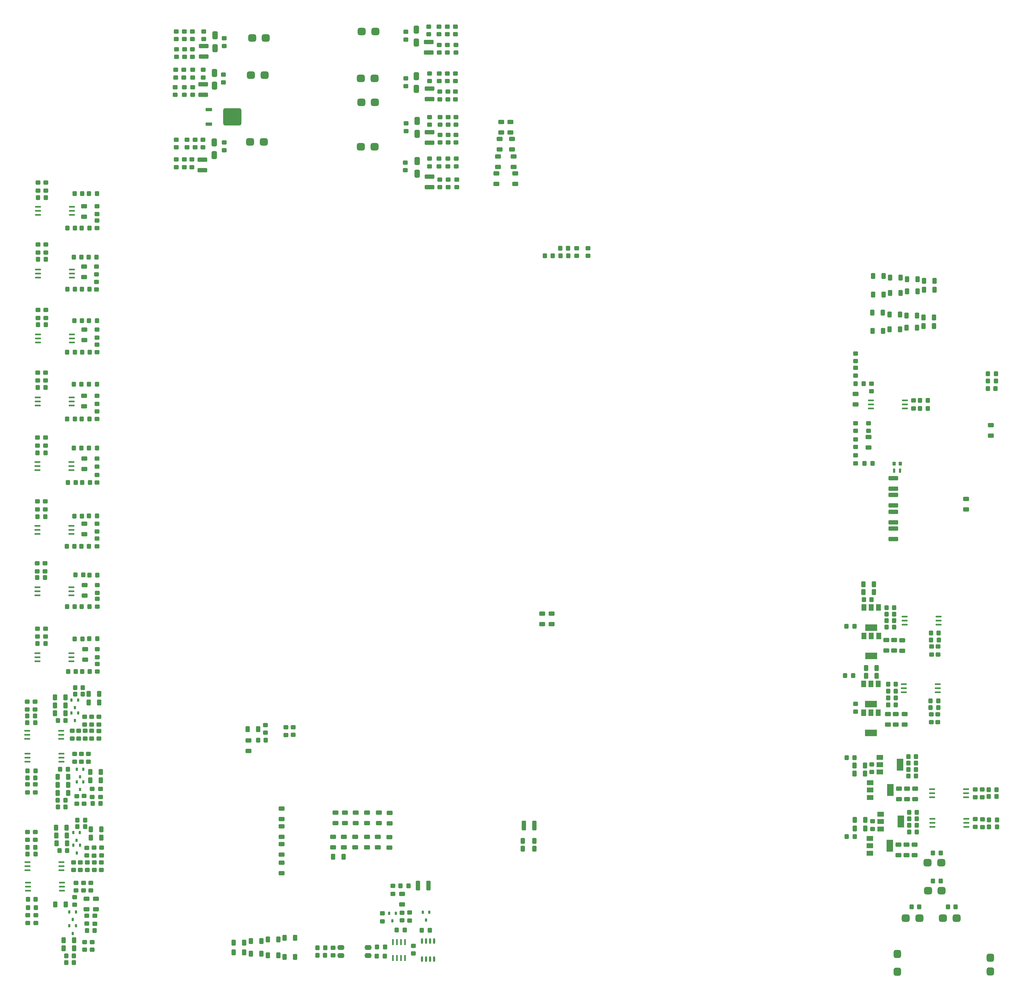
<source format=gbp>
G04*
G04 #@! TF.GenerationSoftware,Altium Limited,Altium Designer,25.3.3 (18)*
G04*
G04 Layer_Color=128*
%FSLAX44Y44*%
%MOMM*%
G71*
G04*
G04 #@! TF.SameCoordinates,02FA8497-09D8-4EBB-9686-6BBDE5AED0EC*
G04*
G04*
G04 #@! TF.FilePolarity,Positive*
G04*
G01*
G75*
G04:AMPARAMS|DCode=116|XSize=1.3mm|YSize=1.8mm|CornerRadius=0.195mm|HoleSize=0mm|Usage=FLASHONLY|Rotation=90.000|XOffset=0mm|YOffset=0mm|HoleType=Round|Shape=RoundedRectangle|*
%AMROUNDEDRECTD116*
21,1,1.3000,1.4100,0,0,90.0*
21,1,0.9100,1.8000,0,0,90.0*
1,1,0.3900,0.7050,0.4550*
1,1,0.3900,0.7050,-0.4550*
1,1,0.3900,-0.7050,-0.4550*
1,1,0.3900,-0.7050,0.4550*
%
%ADD116ROUNDEDRECTD116*%
G04:AMPARAMS|DCode=117|XSize=1.4mm|YSize=1.55mm|CornerRadius=0.35mm|HoleSize=0mm|Usage=FLASHONLY|Rotation=270.000|XOffset=0mm|YOffset=0mm|HoleType=Round|Shape=RoundedRectangle|*
%AMROUNDEDRECTD117*
21,1,1.4000,0.8500,0,0,270.0*
21,1,0.7000,1.5500,0,0,270.0*
1,1,0.7000,-0.4250,-0.3500*
1,1,0.7000,-0.4250,0.3500*
1,1,0.7000,0.4250,0.3500*
1,1,0.7000,0.4250,-0.3500*
%
%ADD117ROUNDEDRECTD117*%
G04:AMPARAMS|DCode=118|XSize=1.3mm|YSize=3mm|CornerRadius=0.195mm|HoleSize=0mm|Usage=FLASHONLY|Rotation=270.000|XOffset=0mm|YOffset=0mm|HoleType=Round|Shape=RoundedRectangle|*
%AMROUNDEDRECTD118*
21,1,1.3000,2.6100,0,0,270.0*
21,1,0.9100,3.0000,0,0,270.0*
1,1,0.3900,-1.3050,-0.4550*
1,1,0.3900,-1.3050,0.4550*
1,1,0.3900,1.3050,0.4550*
1,1,0.3900,1.3050,-0.4550*
%
%ADD118ROUNDEDRECTD118*%
G04:AMPARAMS|DCode=119|XSize=2.5mm|YSize=2.3mm|CornerRadius=0.575mm|HoleSize=0mm|Usage=FLASHONLY|Rotation=180.000|XOffset=0mm|YOffset=0mm|HoleType=Round|Shape=RoundedRectangle|*
%AMROUNDEDRECTD119*
21,1,2.5000,1.1500,0,0,180.0*
21,1,1.3500,2.3000,0,0,180.0*
1,1,1.1500,-0.6750,0.5750*
1,1,1.1500,0.6750,0.5750*
1,1,1.1500,0.6750,-0.5750*
1,1,1.1500,-0.6750,-0.5750*
%
%ADD119ROUNDEDRECTD119*%
G04:AMPARAMS|DCode=120|XSize=1.4mm|YSize=1.55mm|CornerRadius=0.35mm|HoleSize=0mm|Usage=FLASHONLY|Rotation=180.000|XOffset=0mm|YOffset=0mm|HoleType=Round|Shape=RoundedRectangle|*
%AMROUNDEDRECTD120*
21,1,1.4000,0.8500,0,0,180.0*
21,1,0.7000,1.5500,0,0,180.0*
1,1,0.7000,-0.3500,0.4250*
1,1,0.7000,0.3500,0.4250*
1,1,0.7000,0.3500,-0.4250*
1,1,0.7000,-0.3500,-0.4250*
%
%ADD120ROUNDEDRECTD120*%
G04:AMPARAMS|DCode=121|XSize=1.3mm|YSize=1.5mm|CornerRadius=0.195mm|HoleSize=0mm|Usage=FLASHONLY|Rotation=0.000|XOffset=0mm|YOffset=0mm|HoleType=Round|Shape=RoundedRectangle|*
%AMROUNDEDRECTD121*
21,1,1.3000,1.1100,0,0,0.0*
21,1,0.9100,1.5000,0,0,0.0*
1,1,0.3900,0.4550,-0.5550*
1,1,0.3900,-0.4550,-0.5550*
1,1,0.3900,-0.4550,0.5550*
1,1,0.3900,0.4550,0.5550*
%
%ADD121ROUNDEDRECTD121*%
G04:AMPARAMS|DCode=122|XSize=1.3mm|YSize=1.5mm|CornerRadius=0.195mm|HoleSize=0mm|Usage=FLASHONLY|Rotation=270.000|XOffset=0mm|YOffset=0mm|HoleType=Round|Shape=RoundedRectangle|*
%AMROUNDEDRECTD122*
21,1,1.3000,1.1100,0,0,270.0*
21,1,0.9100,1.5000,0,0,270.0*
1,1,0.3900,-0.5550,-0.4550*
1,1,0.3900,-0.5550,0.4550*
1,1,0.3900,0.5550,0.4550*
1,1,0.3900,0.5550,-0.4550*
%
%ADD122ROUNDEDRECTD122*%
G04:AMPARAMS|DCode=123|XSize=1.8mm|YSize=0.59mm|CornerRadius=0.1475mm|HoleSize=0mm|Usage=FLASHONLY|Rotation=180.000|XOffset=0mm|YOffset=0mm|HoleType=Round|Shape=RoundedRectangle|*
%AMROUNDEDRECTD123*
21,1,1.8000,0.2950,0,0,180.0*
21,1,1.5050,0.5900,0,0,180.0*
1,1,0.2950,-0.7525,0.1475*
1,1,0.2950,0.7525,0.1475*
1,1,0.2950,0.7525,-0.1475*
1,1,0.2950,-0.7525,-0.1475*
%
%ADD123ROUNDEDRECTD123*%
G04:AMPARAMS|DCode=124|XSize=2.5mm|YSize=1.7mm|CornerRadius=0.425mm|HoleSize=0mm|Usage=FLASHONLY|Rotation=90.000|XOffset=0mm|YOffset=0mm|HoleType=Round|Shape=RoundedRectangle|*
%AMROUNDEDRECTD124*
21,1,2.5000,0.8500,0,0,90.0*
21,1,1.6500,1.7000,0,0,90.0*
1,1,0.8500,0.4250,0.8250*
1,1,0.8500,0.4250,-0.8250*
1,1,0.8500,-0.4250,-0.8250*
1,1,0.8500,-0.4250,0.8250*
%
%ADD124ROUNDEDRECTD124*%
G04:AMPARAMS|DCode=125|XSize=1.3mm|YSize=1.8mm|CornerRadius=0.195mm|HoleSize=0mm|Usage=FLASHONLY|Rotation=0.000|XOffset=0mm|YOffset=0mm|HoleType=Round|Shape=RoundedRectangle|*
%AMROUNDEDRECTD125*
21,1,1.3000,1.4100,0,0,0.0*
21,1,0.9100,1.8000,0,0,0.0*
1,1,0.3900,0.4550,-0.7050*
1,1,0.3900,-0.4550,-0.7050*
1,1,0.3900,-0.4550,0.7050*
1,1,0.3900,0.4550,0.7050*
%
%ADD125ROUNDEDRECTD125*%
G04:AMPARAMS|DCode=126|XSize=5.5mm|YSize=5.7mm|CornerRadius=0.6875mm|HoleSize=0mm|Usage=FLASHONLY|Rotation=90.000|XOffset=0mm|YOffset=0mm|HoleType=Round|Shape=RoundedRectangle|*
%AMROUNDEDRECTD126*
21,1,5.5000,4.3250,0,0,90.0*
21,1,4.1250,5.7000,0,0,90.0*
1,1,1.3750,2.1625,2.0625*
1,1,1.3750,2.1625,-2.0625*
1,1,1.3750,-2.1625,-2.0625*
1,1,1.3750,-2.1625,2.0625*
%
%ADD126ROUNDEDRECTD126*%
G04:AMPARAMS|DCode=127|XSize=1mm|YSize=2mm|CornerRadius=0.125mm|HoleSize=0mm|Usage=FLASHONLY|Rotation=90.000|XOffset=0mm|YOffset=0mm|HoleType=Round|Shape=RoundedRectangle|*
%AMROUNDEDRECTD127*
21,1,1.0000,1.7500,0,0,90.0*
21,1,0.7500,2.0000,0,0,90.0*
1,1,0.2500,0.8750,0.3750*
1,1,0.2500,0.8750,-0.3750*
1,1,0.2500,-0.8750,-0.3750*
1,1,0.2500,-0.8750,0.3750*
%
%ADD127ROUNDEDRECTD127*%
G04:AMPARAMS|DCode=128|XSize=0.65mm|YSize=1mm|CornerRadius=0.0813mm|HoleSize=0mm|Usage=FLASHONLY|Rotation=180.000|XOffset=0mm|YOffset=0mm|HoleType=Round|Shape=RoundedRectangle|*
%AMROUNDEDRECTD128*
21,1,0.6500,0.8375,0,0,180.0*
21,1,0.4875,1.0000,0,0,180.0*
1,1,0.1625,-0.2438,0.4188*
1,1,0.1625,0.2438,0.4188*
1,1,0.1625,0.2438,-0.4188*
1,1,0.1625,-0.2438,-0.4188*
%
%ADD128ROUNDEDRECTD128*%
%ADD129O,2.2500X1.6000*%
%ADD130R,0.5588X1.9812*%
%ADD131O,0.6000X1.8000*%
G04:AMPARAMS|DCode=132|XSize=1.3mm|YSize=3mm|CornerRadius=0.195mm|HoleSize=0mm|Usage=FLASHONLY|Rotation=180.000|XOffset=0mm|YOffset=0mm|HoleType=Round|Shape=RoundedRectangle|*
%AMROUNDEDRECTD132*
21,1,1.3000,2.6100,0,0,180.0*
21,1,0.9100,3.0000,0,0,180.0*
1,1,0.3900,-0.4550,1.3050*
1,1,0.3900,0.4550,1.3050*
1,1,0.3900,0.4550,-1.3050*
1,1,0.3900,-0.4550,-1.3050*
%
%ADD132ROUNDEDRECTD132*%
G04:AMPARAMS|DCode=133|XSize=1.4mm|YSize=1.85mm|CornerRadius=0.35mm|HoleSize=0mm|Usage=FLASHONLY|Rotation=180.000|XOffset=0mm|YOffset=0mm|HoleType=Round|Shape=RoundedRectangle|*
%AMROUNDEDRECTD133*
21,1,1.4000,1.1500,0,0,180.0*
21,1,0.7000,1.8500,0,0,180.0*
1,1,0.7000,-0.3500,0.5750*
1,1,0.7000,0.3500,0.5750*
1,1,0.7000,0.3500,-0.5750*
1,1,0.7000,-0.3500,-0.5750*
%
%ADD133ROUNDEDRECTD133*%
G04:AMPARAMS|DCode=134|XSize=2.5mm|YSize=2.3mm|CornerRadius=0.575mm|HoleSize=0mm|Usage=FLASHONLY|Rotation=90.000|XOffset=0mm|YOffset=0mm|HoleType=Round|Shape=RoundedRectangle|*
%AMROUNDEDRECTD134*
21,1,2.5000,1.1500,0,0,90.0*
21,1,1.3500,2.3000,0,0,90.0*
1,1,1.1500,0.5750,0.6750*
1,1,1.1500,0.5750,-0.6750*
1,1,1.1500,-0.5750,-0.6750*
1,1,1.1500,-0.5750,0.6750*
%
%ADD134ROUNDEDRECTD134*%
%ADD135R,2.0000X3.8000*%
%ADD136R,2.0000X1.5000*%
%ADD137R,3.8000X2.0000*%
%ADD138R,1.5000X2.0000*%
G04:AMPARAMS|DCode=139|XSize=1.1mm|YSize=1.2mm|CornerRadius=0.165mm|HoleSize=0mm|Usage=FLASHONLY|Rotation=0.000|XOffset=0mm|YOffset=0mm|HoleType=Round|Shape=RoundedRectangle|*
%AMROUNDEDRECTD139*
21,1,1.1000,0.8700,0,0,0.0*
21,1,0.7700,1.2000,0,0,0.0*
1,1,0.3300,0.3850,-0.4350*
1,1,0.3300,-0.3850,-0.4350*
1,1,0.3300,-0.3850,0.4350*
1,1,0.3300,0.3850,0.4350*
%
%ADD139ROUNDEDRECTD139*%
G04:AMPARAMS|DCode=140|XSize=0.7mm|YSize=1.3mm|CornerRadius=0.105mm|HoleSize=0mm|Usage=FLASHONLY|Rotation=0.000|XOffset=0mm|YOffset=0mm|HoleType=Round|Shape=RoundedRectangle|*
%AMROUNDEDRECTD140*
21,1,0.7000,1.0900,0,0,0.0*
21,1,0.4900,1.3000,0,0,0.0*
1,1,0.2100,0.2450,-0.5450*
1,1,0.2100,-0.2450,-0.5450*
1,1,0.2100,-0.2450,0.5450*
1,1,0.2100,0.2450,0.5450*
%
%ADD140ROUNDEDRECTD140*%
D116*
X1728500Y1153000D02*
D03*
Y1186000D02*
D03*
X1758750Y1153000D02*
D03*
Y1186000D02*
D03*
X1638980Y2590380D02*
D03*
Y2623380D02*
D03*
X1643980Y2537040D02*
D03*
Y2570040D02*
D03*
X1633980Y2644990D02*
D03*
Y2677990D02*
D03*
X1628980Y2698330D02*
D03*
Y2731330D02*
D03*
X1584770Y2537040D02*
D03*
Y2570040D02*
D03*
X1589770Y2590380D02*
D03*
Y2623380D02*
D03*
X1594770Y2644990D02*
D03*
Y2677990D02*
D03*
X1599770Y2698330D02*
D03*
Y2731330D02*
D03*
X289750Y2433980D02*
D03*
Y2466980D02*
D03*
X289130Y2244170D02*
D03*
Y2277170D02*
D03*
X290400Y2078750D02*
D03*
Y2045750D02*
D03*
X289130Y1870500D02*
D03*
Y1837500D02*
D03*
X290400Y1640160D02*
D03*
Y1673160D02*
D03*
Y1435500D02*
D03*
Y1468500D02*
D03*
X291000Y1275720D02*
D03*
Y1242720D02*
D03*
X293000Y1073790D02*
D03*
Y1040790D02*
D03*
X297370Y256370D02*
D03*
Y289370D02*
D03*
X326580Y256370D02*
D03*
Y289370D02*
D03*
X806250Y753500D02*
D03*
Y786500D02*
D03*
X1072000Y450430D02*
D03*
Y483430D02*
D03*
X1079070Y526630D02*
D03*
Y559630D02*
D03*
X909860Y573080D02*
D03*
Y540080D02*
D03*
Y517000D02*
D03*
Y484000D02*
D03*
Y460820D02*
D03*
Y427820D02*
D03*
Y402150D02*
D03*
Y369150D02*
D03*
X1288620Y304570D02*
D03*
Y271570D02*
D03*
X2898980Y459300D02*
D03*
Y426300D02*
D03*
X2873580D02*
D03*
Y459300D02*
D03*
X2848180Y426300D02*
D03*
Y459300D02*
D03*
X2815000Y836510D02*
D03*
Y869510D02*
D03*
X2839860Y836500D02*
D03*
Y869500D02*
D03*
X2867250D02*
D03*
Y836500D02*
D03*
X2809750Y1069500D02*
D03*
Y1102500D02*
D03*
X2834750Y1069500D02*
D03*
Y1102500D02*
D03*
X2860250Y1102000D02*
D03*
Y1069000D02*
D03*
X2713760Y1876620D02*
D03*
Y1843620D02*
D03*
X2754200Y1707730D02*
D03*
Y1740730D02*
D03*
X3138500Y1778500D02*
D03*
Y1745500D02*
D03*
X3060750Y1513750D02*
D03*
Y1546750D02*
D03*
X1109000Y559750D02*
D03*
Y526750D02*
D03*
X2900770Y602160D02*
D03*
Y635160D02*
D03*
X2875370D02*
D03*
Y602160D02*
D03*
X2849970Y635160D02*
D03*
Y602160D02*
D03*
X1248750Y482750D02*
D03*
Y449750D02*
D03*
X1106000Y450430D02*
D03*
Y483430D02*
D03*
X1141500D02*
D03*
Y450430D02*
D03*
X1178500D02*
D03*
Y483430D02*
D03*
X1212250D02*
D03*
Y450430D02*
D03*
X1143000Y559750D02*
D03*
Y526750D02*
D03*
X1178500D02*
D03*
Y559750D02*
D03*
X1215500D02*
D03*
Y526750D02*
D03*
X1249250Y526500D02*
D03*
Y559500D02*
D03*
D117*
X1300050Y2991120D02*
D03*
Y3015120D02*
D03*
X1457532Y2973790D02*
D03*
Y2949790D02*
D03*
X1430862Y2973790D02*
D03*
Y2949790D02*
D03*
X1405462Y2973790D02*
D03*
Y2949790D02*
D03*
X1404188Y3007630D02*
D03*
Y3031630D02*
D03*
X1430858Y3007630D02*
D03*
Y3031630D02*
D03*
X1456258Y3007630D02*
D03*
Y3031630D02*
D03*
X3089480Y539320D02*
D03*
Y515320D02*
D03*
X3089482Y632600D02*
D03*
Y608600D02*
D03*
X1300050Y2868500D02*
D03*
Y2844500D02*
D03*
X1405458Y2860310D02*
D03*
Y2884310D02*
D03*
X1374979Y2860310D02*
D03*
Y2884310D02*
D03*
X1430858Y2860310D02*
D03*
Y2884310D02*
D03*
X1456258Y2860310D02*
D03*
Y2884310D02*
D03*
X1432132Y2827160D02*
D03*
Y2803160D02*
D03*
X1406732Y2827160D02*
D03*
Y2803160D02*
D03*
X1456262Y2827160D02*
D03*
Y2803160D02*
D03*
X1301320Y2703330D02*
D03*
Y2727330D02*
D03*
X1407998Y2723150D02*
D03*
Y2747150D02*
D03*
X1374979D02*
D03*
Y2723150D02*
D03*
X1433398D02*
D03*
Y2747150D02*
D03*
X1457528Y2723150D02*
D03*
Y2747150D02*
D03*
X1408002Y2691270D02*
D03*
Y2667270D02*
D03*
X1433402Y2691270D02*
D03*
Y2667270D02*
D03*
X1457532Y2691270D02*
D03*
Y2667270D02*
D03*
X1374979Y2592340D02*
D03*
Y2616340D02*
D03*
X1404188Y2592340D02*
D03*
Y2616340D02*
D03*
X1432128Y2592340D02*
D03*
Y2616340D02*
D03*
X1458798Y2592340D02*
D03*
Y2616340D02*
D03*
X1406730Y2550880D02*
D03*
Y2526880D02*
D03*
X1433400Y2550880D02*
D03*
Y2526880D02*
D03*
X1460070Y2550880D02*
D03*
Y2526880D02*
D03*
X729818Y2994800D02*
D03*
Y2970800D02*
D03*
X629488Y3016390D02*
D03*
Y2992390D02*
D03*
X665048Y3016390D02*
D03*
Y2992390D02*
D03*
X578688Y3016390D02*
D03*
Y2992390D02*
D03*
X579962Y2936580D02*
D03*
Y2960580D02*
D03*
X605362Y2936580D02*
D03*
Y2960580D02*
D03*
X629492Y2936580D02*
D03*
Y2960580D02*
D03*
X727278Y2880300D02*
D03*
Y2856300D02*
D03*
X602818Y2895740D02*
D03*
Y2871740D02*
D03*
X630758Y2895740D02*
D03*
Y2871740D02*
D03*
X577418Y2895740D02*
D03*
Y2871740D02*
D03*
X663778Y2895740D02*
D03*
Y2871740D02*
D03*
X630762Y2817130D02*
D03*
Y2841130D02*
D03*
X604092Y2817130D02*
D03*
Y2841130D02*
D03*
X576002Y2817130D02*
D03*
Y2841130D02*
D03*
X729818Y2643140D02*
D03*
Y2667140D02*
D03*
X638378Y2652030D02*
D03*
Y2676030D02*
D03*
X579002Y2652030D02*
D03*
Y2676030D02*
D03*
X612978Y2652030D02*
D03*
Y2676030D02*
D03*
X662508Y2652030D02*
D03*
Y2676030D02*
D03*
X628222Y2613800D02*
D03*
Y2589800D02*
D03*
X604092Y2613800D02*
D03*
Y2589800D02*
D03*
X579002D02*
D03*
Y2613800D02*
D03*
X329772Y2421770D02*
D03*
Y2397770D02*
D03*
X328502Y2228990D02*
D03*
Y2204990D02*
D03*
X329768Y2031438D02*
D03*
Y2007438D02*
D03*
Y1797770D02*
D03*
Y1821770D02*
D03*
X329772Y1597770D02*
D03*
Y1621770D02*
D03*
Y1421770D02*
D03*
Y1397770D02*
D03*
X331038Y1208040D02*
D03*
Y1232040D02*
D03*
Y1003570D02*
D03*
Y1027570D02*
D03*
X291312Y861050D02*
D03*
Y837050D02*
D03*
X251998Y793200D02*
D03*
Y817200D02*
D03*
X272499Y793200D02*
D03*
Y817200D02*
D03*
X293001Y793200D02*
D03*
Y817200D02*
D03*
X313501D02*
D03*
Y793200D02*
D03*
X336028Y792750D02*
D03*
Y816750D02*
D03*
X259668Y744420D02*
D03*
Y720420D02*
D03*
X281258Y744420D02*
D03*
Y720420D02*
D03*
X302848Y744420D02*
D03*
Y720420D02*
D03*
X266292Y611740D02*
D03*
Y587740D02*
D03*
X289150Y612310D02*
D03*
Y588310D02*
D03*
X297753Y449510D02*
D03*
Y425510D02*
D03*
X256110Y379300D02*
D03*
Y403300D02*
D03*
X278018Y379300D02*
D03*
Y403300D02*
D03*
X299925Y379300D02*
D03*
Y403300D02*
D03*
X321836D02*
D03*
Y379300D02*
D03*
X343740D02*
D03*
Y403300D02*
D03*
X287858Y315230D02*
D03*
Y339230D02*
D03*
X263728Y315230D02*
D03*
Y339230D02*
D03*
X310718Y315230D02*
D03*
Y339230D02*
D03*
X259498Y294250D02*
D03*
Y270250D02*
D03*
X291002Y129000D02*
D03*
Y153000D02*
D03*
X314752Y129000D02*
D03*
Y153000D02*
D03*
X924002Y828250D02*
D03*
Y804250D02*
D03*
X859002Y835250D02*
D03*
Y811250D02*
D03*
X1071498Y111000D02*
D03*
Y135000D02*
D03*
X1288620Y221250D02*
D03*
Y245250D02*
D03*
X1324178Y117110D02*
D03*
Y141110D02*
D03*
X2764248Y687750D02*
D03*
Y711750D02*
D03*
X2713748Y877750D02*
D03*
Y901750D02*
D03*
X2763088Y1884950D02*
D03*
Y1908950D02*
D03*
X2713560Y1979630D02*
D03*
Y2003630D02*
D03*
X2754198Y1760490D02*
D03*
Y1784490D02*
D03*
X2713558D02*
D03*
Y1760490D02*
D03*
Y1709690D02*
D03*
Y1733690D02*
D03*
X1872552Y2334960D02*
D03*
Y2310960D02*
D03*
X1836805Y2334960D02*
D03*
Y2310960D02*
D03*
X604088Y2992390D02*
D03*
Y3016390D02*
D03*
X1298778Y2604140D02*
D03*
Y2580140D02*
D03*
X946498Y828750D02*
D03*
Y804750D02*
D03*
X1372438Y3031630D02*
D03*
Y3007630D02*
D03*
X2766898Y532700D02*
D03*
Y508700D02*
D03*
D118*
X1372438Y2982790D02*
D03*
Y2949790D02*
D03*
X1374979Y2836740D02*
D03*
Y2803740D02*
D03*
Y2699580D02*
D03*
Y2666580D02*
D03*
Y2559880D02*
D03*
Y2526880D02*
D03*
X665048Y2937080D02*
D03*
Y2970080D02*
D03*
X663779Y2817630D02*
D03*
Y2850630D02*
D03*
X661239Y2613300D02*
D03*
Y2580300D02*
D03*
X2831750Y1611500D02*
D03*
Y1578500D02*
D03*
Y1559000D02*
D03*
Y1526000D02*
D03*
X2831752Y1506000D02*
D03*
Y1473000D02*
D03*
X2831750Y1453000D02*
D03*
Y1420000D02*
D03*
D119*
X2982710Y402160D02*
D03*
X2939710Y402160D02*
D03*
X860540Y2995500D02*
D03*
X817540Y2995500D02*
D03*
X856730Y2878660D02*
D03*
X813730Y2878660D02*
D03*
X811190Y2669110D02*
D03*
X854190Y2669110D02*
D03*
X2914130Y228170D02*
D03*
X2871130Y228170D02*
D03*
X3031060Y228170D02*
D03*
X2988060Y228170D02*
D03*
X2940980Y314530D02*
D03*
X2983980Y314530D02*
D03*
X1159170Y2653870D02*
D03*
X1202170Y2653870D02*
D03*
X1159170Y2868500D02*
D03*
X1202170Y2868500D02*
D03*
X1161710Y3015820D02*
D03*
X1204710Y3015820D02*
D03*
X1160440Y2793170D02*
D03*
X1203440Y2793170D02*
D03*
D120*
X2980830Y432642D02*
D03*
X2956830D02*
D03*
X1786750Y2310750D02*
D03*
X1810750D02*
D03*
X259750Y2506770D02*
D03*
X283750D02*
D03*
X257250Y2306770D02*
D03*
X281250D02*
D03*
X259000Y2106770D02*
D03*
X283000D02*
D03*
X281250Y1906770D02*
D03*
X257250D02*
D03*
X257250Y1706770D02*
D03*
X281250D02*
D03*
X282750Y1492502D02*
D03*
X258750D02*
D03*
X286750Y1307248D02*
D03*
X262750D02*
D03*
X284250Y1106520D02*
D03*
X260250D02*
D03*
X283250Y1003570D02*
D03*
X307250D02*
D03*
X263250Y1003752D02*
D03*
X239250D02*
D03*
X261590Y952942D02*
D03*
X285590D02*
D03*
X261590Y932502D02*
D03*
X285590D02*
D03*
X231300Y849750D02*
D03*
X207300D02*
D03*
X135090Y863998D02*
D03*
X111090D02*
D03*
X112070Y669570D02*
D03*
X136070D02*
D03*
X238290Y696550D02*
D03*
X214290D02*
D03*
X341000Y588748D02*
D03*
X317000D02*
D03*
X206920Y599022D02*
D03*
X230920D02*
D03*
X207250Y577752D02*
D03*
X231250D02*
D03*
X292750Y536002D02*
D03*
X268750D02*
D03*
X292560Y515962D02*
D03*
X268560D02*
D03*
X135970Y450748D02*
D03*
X111970D02*
D03*
X236500Y440748D02*
D03*
X212500D02*
D03*
X113101Y287763D02*
D03*
X137101D02*
D03*
X322770Y189047D02*
D03*
X298770D02*
D03*
X233750Y109252D02*
D03*
X257750D02*
D03*
X233750Y88252D02*
D03*
X257750D02*
D03*
X860250Y787498D02*
D03*
X836250D02*
D03*
X1022750Y111000D02*
D03*
X1046750D02*
D03*
X2889520Y263732D02*
D03*
X2913520D02*
D03*
X3027820D02*
D03*
X3003820D02*
D03*
X2956830Y345012D02*
D03*
X2980830D02*
D03*
X2905900Y498678D02*
D03*
X2881900D02*
D03*
X2905900Y520268D02*
D03*
X2881900D02*
D03*
X2905900Y540588D02*
D03*
X2881900D02*
D03*
X2905900Y560908D02*
D03*
X2881900D02*
D03*
X2879360Y736468D02*
D03*
X2903360D02*
D03*
X2879360Y716150D02*
D03*
X2903360D02*
D03*
X2879360Y695828D02*
D03*
X2903360D02*
D03*
Y675508D02*
D03*
X2879360D02*
D03*
X2815860Y963498D02*
D03*
X2839860D02*
D03*
X2815860Y941908D02*
D03*
X2839860D02*
D03*
X2815860Y920318D02*
D03*
X2839860D02*
D03*
X2815860Y898728D02*
D03*
X2839860D02*
D03*
X2949210Y911432D02*
D03*
X2973210D02*
D03*
X2950670Y1124342D02*
D03*
X2974670D02*
D03*
X2834590Y1203898D02*
D03*
X2810590D02*
D03*
X2834590Y1183578D02*
D03*
X2810590D02*
D03*
X2834590Y1163257D02*
D03*
X2810590D02*
D03*
X2834590Y1142938D02*
D03*
X2810590D02*
D03*
X2763750Y1229502D02*
D03*
X2739750D02*
D03*
X3129070Y1893143D02*
D03*
X3153070D02*
D03*
X284000Y1597752D02*
D03*
X308000D02*
D03*
X306780Y2205560D02*
D03*
X307480Y2007438D02*
D03*
X236780Y2205558D02*
D03*
X236490Y2007442D02*
D03*
X260780Y2205558D02*
D03*
X282780Y2205560D02*
D03*
X283480Y2007438D02*
D03*
X260490Y2007442D02*
D03*
X235220Y1397770D02*
D03*
X259220D02*
D03*
X305000D02*
D03*
X281000D02*
D03*
X235750Y1207748D02*
D03*
X259750D02*
D03*
X237020Y2397770D02*
D03*
X261020D02*
D03*
X239030Y1597770D02*
D03*
X263030D02*
D03*
X306210Y1208040D02*
D03*
X282210D02*
D03*
Y1797770D02*
D03*
X306210D02*
D03*
X306270Y2397770D02*
D03*
X282270D02*
D03*
X260490Y1797770D02*
D03*
X236490D02*
D03*
D121*
X3157860Y515190D02*
D03*
X3132860D02*
D03*
X3157860Y536780D02*
D03*
X3132860D02*
D03*
X3156590Y610440D02*
D03*
X3131590D02*
D03*
X3156590Y632030D02*
D03*
X3131590D02*
D03*
X1762000Y2310500D02*
D03*
X1737000D02*
D03*
X1810500Y2334960D02*
D03*
X1785500D02*
D03*
X169390Y2493850D02*
D03*
X144390D02*
D03*
X329770Y2506770D02*
D03*
X304770D02*
D03*
X169390Y2299540D02*
D03*
X144390D02*
D03*
X328500Y2306770D02*
D03*
X303500D02*
D03*
X169390Y2093800D02*
D03*
X144390D02*
D03*
X329772Y2106770D02*
D03*
X304772D02*
D03*
X168700Y1896950D02*
D03*
X143700D02*
D03*
X304770Y1906770D02*
D03*
X329770D02*
D03*
X168120Y1691210D02*
D03*
X143120D02*
D03*
X304770Y1706770D02*
D03*
X329770D02*
D03*
X167750Y1490250D02*
D03*
X142750D02*
D03*
X329770Y1492752D02*
D03*
X304770D02*
D03*
X306040Y1307000D02*
D03*
X331040D02*
D03*
X167010Y1298780D02*
D03*
X142010D02*
D03*
X143120Y1091770D02*
D03*
X168120D02*
D03*
X306000Y1106770D02*
D03*
X331000D02*
D03*
X111090Y842561D02*
D03*
X136090D02*
D03*
X137070Y691200D02*
D03*
X112070D02*
D03*
X111970Y429300D02*
D03*
X136970D02*
D03*
X138101Y261089D02*
D03*
X113101D02*
D03*
X1022360Y135000D02*
D03*
X1047360D02*
D03*
X1235000Y137750D02*
D03*
X1210000D02*
D03*
X1234250Y109000D02*
D03*
X1209250D02*
D03*
X1271750Y191250D02*
D03*
X1296750D02*
D03*
X1350750Y189750D02*
D03*
X1375750D02*
D03*
X1283740Y329770D02*
D03*
X1308740D02*
D03*
X2710820Y484710D02*
D03*
X2685820D02*
D03*
X2685250Y732500D02*
D03*
X2710250D02*
D03*
X2680750Y990750D02*
D03*
X2705750D02*
D03*
X2973710Y889840D02*
D03*
X2948710D02*
D03*
X2975170Y1102750D02*
D03*
X2950170D02*
D03*
X2684750Y1145500D02*
D03*
X2709750D02*
D03*
X2738760Y1908950D02*
D03*
X2713760D02*
D03*
X2766700Y1658190D02*
D03*
X2741700D02*
D03*
X2915690Y1856110D02*
D03*
X2940690D02*
D03*
Y1831110D02*
D03*
X2915690D02*
D03*
X3154270Y1940130D02*
D03*
X3129270D02*
D03*
X3154270Y1917270D02*
D03*
X3129270D02*
D03*
D122*
X3112339Y514120D02*
D03*
Y539120D02*
D03*
X3111070Y608100D02*
D03*
Y633100D02*
D03*
X144390Y2515870D02*
D03*
Y2540870D02*
D03*
X169390D02*
D03*
Y2515870D02*
D03*
X329770Y2441980D02*
D03*
Y2466980D02*
D03*
X144390Y2321330D02*
D03*
Y2346330D02*
D03*
X169390D02*
D03*
Y2321330D02*
D03*
X328500Y2252170D02*
D03*
Y2277170D02*
D03*
X144390Y2115390D02*
D03*
Y2140390D02*
D03*
X169390Y2115390D02*
D03*
Y2140390D02*
D03*
X329768Y2078750D02*
D03*
Y2053750D02*
D03*
X143700Y1918740D02*
D03*
Y1943740D02*
D03*
X168700Y1918740D02*
D03*
Y1943740D02*
D03*
X329770Y1870500D02*
D03*
Y1845500D02*
D03*
X143120Y1714270D02*
D03*
Y1739270D02*
D03*
X168120D02*
D03*
Y1714270D02*
D03*
X329770Y1673160D02*
D03*
Y1648160D02*
D03*
X329770Y1443500D02*
D03*
Y1468500D02*
D03*
X331040Y1275720D02*
D03*
Y1250720D02*
D03*
X167010Y1343980D02*
D03*
Y1318980D02*
D03*
X142010Y1318780D02*
D03*
Y1343780D02*
D03*
X143120Y1138560D02*
D03*
Y1113560D02*
D03*
X168120D02*
D03*
Y1138560D02*
D03*
X331040Y1073790D02*
D03*
Y1048790D02*
D03*
X312900Y836550D02*
D03*
Y861550D02*
D03*
X335760Y836550D02*
D03*
Y861550D02*
D03*
X135090Y884228D02*
D03*
Y909228D02*
D03*
X111090D02*
D03*
Y884228D02*
D03*
X136070Y623760D02*
D03*
Y648760D02*
D03*
X112070Y623760D02*
D03*
Y648760D02*
D03*
X314530Y609370D02*
D03*
Y634370D02*
D03*
X341270Y609370D02*
D03*
Y634370D02*
D03*
X320751Y424880D02*
D03*
Y449880D02*
D03*
X344742Y425210D02*
D03*
Y450210D02*
D03*
X135970Y474250D02*
D03*
Y499250D02*
D03*
X111970D02*
D03*
Y474250D02*
D03*
X112610Y237500D02*
D03*
Y212500D02*
D03*
X137610D02*
D03*
Y237500D02*
D03*
X298000Y236000D02*
D03*
Y211000D02*
D03*
X323250Y210750D02*
D03*
Y235750D02*
D03*
X1312250Y245750D02*
D03*
Y220750D02*
D03*
X1226390Y218250D02*
D03*
Y243250D02*
D03*
X1259410Y304570D02*
D03*
Y329570D02*
D03*
X2951049Y844320D02*
D03*
Y869320D02*
D03*
X2971370Y844320D02*
D03*
Y869320D02*
D03*
X2972830Y1057230D02*
D03*
Y1082230D02*
D03*
X2952509Y1057230D02*
D03*
Y1082230D02*
D03*
X2713560Y1933980D02*
D03*
Y1958980D02*
D03*
X2713308Y1683390D02*
D03*
Y1658390D02*
D03*
X2895170Y1831110D02*
D03*
Y1856110D02*
D03*
X167750Y1513610D02*
D03*
Y1538610D02*
D03*
X143120D02*
D03*
Y1513610D02*
D03*
D123*
X2953630Y633300D02*
D03*
Y620600D02*
D03*
Y607900D02*
D03*
X3060230D02*
D03*
Y620600D02*
D03*
Y633300D02*
D03*
X2954900Y540590D02*
D03*
Y527890D02*
D03*
Y515190D02*
D03*
X3061500D02*
D03*
Y527890D02*
D03*
Y540590D02*
D03*
X250990Y2439240D02*
D03*
Y2451940D02*
D03*
Y2464640D02*
D03*
X144390D02*
D03*
Y2451940D02*
D03*
Y2439240D02*
D03*
X250990Y2255090D02*
D03*
X144390Y2267790D02*
D03*
Y2255090D02*
D03*
Y2242390D02*
D03*
X250990D02*
D03*
Y2267790D02*
D03*
X144390Y2037920D02*
D03*
Y2050620D02*
D03*
Y2063320D02*
D03*
X250990D02*
D03*
Y2050620D02*
D03*
Y2037920D02*
D03*
X250300Y1840050D02*
D03*
Y1852750D02*
D03*
Y1865450D02*
D03*
X143700D02*
D03*
Y1852750D02*
D03*
Y1840050D02*
D03*
X249720Y1636600D02*
D03*
Y1649300D02*
D03*
Y1662000D02*
D03*
X143120D02*
D03*
Y1649300D02*
D03*
Y1636600D02*
D03*
X249720Y1435940D02*
D03*
Y1448640D02*
D03*
Y1461340D02*
D03*
X143120D02*
D03*
Y1448640D02*
D03*
Y1435940D02*
D03*
X249800Y1243050D02*
D03*
Y1255750D02*
D03*
Y1268450D02*
D03*
X143200D02*
D03*
Y1255750D02*
D03*
Y1243050D02*
D03*
X249720Y1035890D02*
D03*
Y1048590D02*
D03*
Y1061290D02*
D03*
X143120D02*
D03*
Y1048590D02*
D03*
Y1035890D02*
D03*
X217690Y791800D02*
D03*
Y804500D02*
D03*
Y817200D02*
D03*
X111090D02*
D03*
Y804500D02*
D03*
Y791800D02*
D03*
X112070Y719950D02*
D03*
Y732650D02*
D03*
Y745350D02*
D03*
X218670D02*
D03*
Y732650D02*
D03*
Y719950D02*
D03*
X218192Y378600D02*
D03*
Y391300D02*
D03*
Y404000D02*
D03*
X111592D02*
D03*
Y391300D02*
D03*
Y378600D02*
D03*
X219701Y327230D02*
D03*
X113101Y339930D02*
D03*
Y327230D02*
D03*
Y314530D02*
D03*
X219701D02*
D03*
Y339930D02*
D03*
X2864730Y963498D02*
D03*
Y950798D02*
D03*
Y938098D02*
D03*
X2971330D02*
D03*
Y950798D02*
D03*
Y963498D02*
D03*
X2867460Y1176410D02*
D03*
Y1163710D02*
D03*
Y1151010D02*
D03*
X2974060D02*
D03*
Y1163710D02*
D03*
Y1176410D02*
D03*
X2761860Y1856310D02*
D03*
Y1843610D02*
D03*
Y1830910D02*
D03*
X2868460D02*
D03*
Y1843610D02*
D03*
Y1856310D02*
D03*
D124*
X1333070Y2875800D02*
D03*
X1333070Y2835800D02*
D03*
X1335610Y2694830D02*
D03*
X1335610Y2734830D02*
D03*
X1335610Y2569100D02*
D03*
X1335610Y2609100D02*
D03*
X700610Y3004070D02*
D03*
X700610Y2964070D02*
D03*
X699340Y2885960D02*
D03*
X699340Y2845960D02*
D03*
X698070Y2627520D02*
D03*
X698070Y2667520D02*
D03*
X1333070Y3021850D02*
D03*
X1333070Y2981850D02*
D03*
D125*
X343990Y481210D02*
D03*
X310990D02*
D03*
X337260Y933300D02*
D03*
X304260D02*
D03*
X337260Y906630D02*
D03*
X304260D02*
D03*
X231300Y922072D02*
D03*
X198300D02*
D03*
X231300Y896672D02*
D03*
X198300D02*
D03*
X231300Y872542D02*
D03*
X198300D02*
D03*
X342270Y687910D02*
D03*
X309270D02*
D03*
X342270Y661240D02*
D03*
X309270D02*
D03*
X239550Y672420D02*
D03*
X206550D02*
D03*
X239550Y647020D02*
D03*
X206550D02*
D03*
X239550Y621620D02*
D03*
X206550D02*
D03*
X343990Y507880D02*
D03*
X310990D02*
D03*
X234750Y512750D02*
D03*
X201750D02*
D03*
X235500Y488250D02*
D03*
X202500D02*
D03*
X236000Y463750D02*
D03*
X203000D02*
D03*
X232250Y271250D02*
D03*
X199250D02*
D03*
X258280Y158800D02*
D03*
X225280D02*
D03*
X258000Y133250D02*
D03*
X225000D02*
D03*
X836750Y822500D02*
D03*
X803750D02*
D03*
X1104500Y421500D02*
D03*
X1071500D02*
D03*
X952750Y166000D02*
D03*
X919750D02*
D03*
X899583Y161000D02*
D03*
X866583D02*
D03*
X846417Y156000D02*
D03*
X813417D02*
D03*
X792500Y151000D02*
D03*
X759500D02*
D03*
X792500Y121000D02*
D03*
X759500D02*
D03*
X846417Y116000D02*
D03*
X813417D02*
D03*
X899583Y111000D02*
D03*
X866583D02*
D03*
X952750Y106000D02*
D03*
X919750D02*
D03*
X2744020Y536780D02*
D03*
X2711020D02*
D03*
X2744020Y510110D02*
D03*
X2711020D02*
D03*
X2743260Y682670D02*
D03*
X2710260D02*
D03*
X2710250Y707750D02*
D03*
X2743250D02*
D03*
X2779590Y1014300D02*
D03*
X2746590D02*
D03*
X2779500Y990000D02*
D03*
X2746500D02*
D03*
X2771000Y1253000D02*
D03*
X2738000D02*
D03*
X2771250Y1277750D02*
D03*
X2738250D02*
D03*
X2801180Y2247230D02*
D03*
X2768180D02*
D03*
X2854520Y2242230D02*
D03*
X2821520D02*
D03*
X2907860Y2237230D02*
D03*
X2874860D02*
D03*
X2961200Y2232230D02*
D03*
X2928200D02*
D03*
X2798640Y2132660D02*
D03*
X2765640D02*
D03*
X2959930Y2116660D02*
D03*
X2926930D02*
D03*
X2906590Y2122660D02*
D03*
X2873590D02*
D03*
X2853250Y2126660D02*
D03*
X2820250D02*
D03*
X2801180Y2189290D02*
D03*
X2768180D02*
D03*
X2854520Y2194290D02*
D03*
X2821520D02*
D03*
X2907860Y2199290D02*
D03*
X2874860D02*
D03*
X2961200Y2204290D02*
D03*
X2928200D02*
D03*
X2799910Y2074990D02*
D03*
X2766910D02*
D03*
X2853250Y2079990D02*
D03*
X2820250D02*
D03*
X2873590Y2084630D02*
D03*
X2906590D02*
D03*
X2959930Y2089990D02*
D03*
X2926930D02*
D03*
D126*
X755390Y2747850D02*
D03*
D127*
X681390Y2770700D02*
D03*
X681390Y2725000D02*
D03*
D128*
X250130Y914230D02*
D03*
X270530D02*
D03*
X260330Y890230D02*
D03*
X250130Y873590D02*
D03*
X270530D02*
D03*
X260330Y849590D02*
D03*
X266500Y696500D02*
D03*
X286900D02*
D03*
X276700Y672500D02*
D03*
X266800Y656500D02*
D03*
X287200D02*
D03*
X277000Y632500D02*
D03*
X255800Y497000D02*
D03*
X276200D02*
D03*
X266000Y473000D02*
D03*
X256050Y457250D02*
D03*
X276450D02*
D03*
X266250Y433250D02*
D03*
X243346Y247790D02*
D03*
X263746D02*
D03*
X253546Y223790D02*
D03*
X243346Y204040D02*
D03*
X263746D02*
D03*
X253546Y180040D02*
D03*
X1248300Y243250D02*
D03*
X1268700D02*
D03*
X1258500Y219250D02*
D03*
X1353550Y246500D02*
D03*
X1373950D02*
D03*
X1363750Y222500D02*
D03*
D129*
X1181780Y135520D02*
D03*
Y110120D02*
D03*
X1096780D02*
D03*
Y135520D02*
D03*
D130*
X1297510Y103202D02*
D03*
X1284810D02*
D03*
X1272110D02*
D03*
X1259410D02*
D03*
Y152478D02*
D03*
X1272110D02*
D03*
X1284810D02*
D03*
X1297510D02*
D03*
D131*
X1350850Y156090D02*
D03*
X1363550D02*
D03*
X1376250D02*
D03*
X1388950D02*
D03*
X1350850Y99590D02*
D03*
X1363550D02*
D03*
X1376250D02*
D03*
X1388950D02*
D03*
D132*
X1338150Y330501D02*
D03*
X1371150D02*
D03*
X1703900Y518999D02*
D03*
X1670900D02*
D03*
D133*
X1704130Y470740D02*
D03*
X1668130D02*
D03*
X1704130Y446610D02*
D03*
X1668130D02*
D03*
D134*
X3136470Y103620D02*
D03*
X3136470Y60620D02*
D03*
X2844370Y115776D02*
D03*
X2844370Y59350D02*
D03*
D135*
X2821260Y455500D02*
D03*
X2855550Y531700D02*
D03*
X2822530Y630760D02*
D03*
X2853010Y710440D02*
D03*
D136*
X2758260Y478500D02*
D03*
Y455500D02*
D03*
Y432500D02*
D03*
X2792550Y554700D02*
D03*
Y531700D02*
D03*
Y508700D02*
D03*
X2759530Y653760D02*
D03*
Y630760D02*
D03*
Y607760D02*
D03*
X2790010Y733440D02*
D03*
Y710440D02*
D03*
Y687440D02*
D03*
D137*
X2761750Y811000D02*
D03*
X2761820Y901520D02*
D03*
X2763000Y1052750D02*
D03*
X2762750Y1141750D02*
D03*
D138*
X2784750Y874000D02*
D03*
X2761750D02*
D03*
X2738750D02*
D03*
X2784820Y964520D02*
D03*
X2761820D02*
D03*
X2738820D02*
D03*
X2786000Y1115750D02*
D03*
X2763000D02*
D03*
X2740000D02*
D03*
X2785750Y1204750D02*
D03*
X2762750D02*
D03*
X2739750D02*
D03*
D139*
X2854220Y1656920D02*
D03*
X2834220D02*
D03*
D140*
X2853220Y1635330D02*
D03*
X2834220D02*
D03*
M02*

</source>
